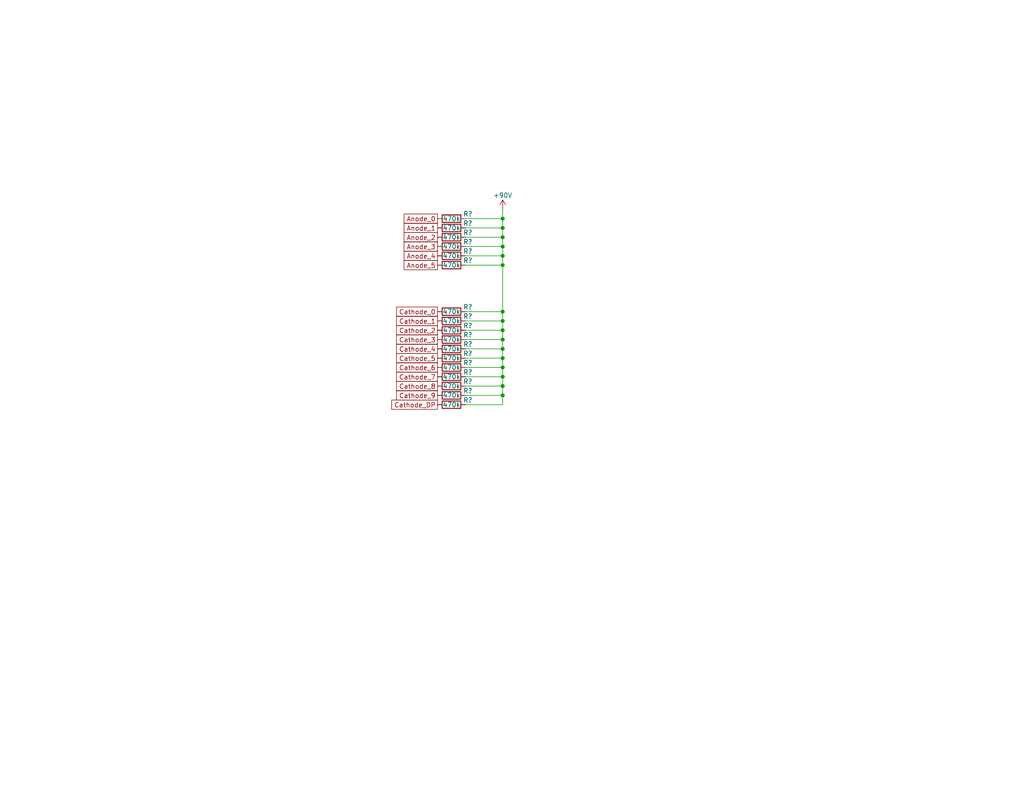
<source format=kicad_sch>
(kicad_sch (version 20230121) (generator eeschema)
  (paper "A")
  (title_block (date "2023-05-21") (rev "PRELIM") (company "Drew Maatman"))
  (lib_symbols
    (symbol "Custom Library:+90V" (power) (pin_names (offset 0))
      (property "Value" "+90V" (at 0 3.81 0))
      (symbol "+90V_0_1"
        (polyline (pts (xy -0.762 1.27) (xy 0 2.54)))
        (polyline (pts (xy 0 0) (xy 0 2.54)))
        (polyline (pts (xy 0 2.54) (xy 0.762 1.27)))
      )
      (symbol "+90V_1_1"
        (pin power_in line (at 0 0 90) (length 0) hide (name "+90V") (number "1"))
      )
    )
    (symbol "Custom Library:R_Custom" (pin_numbers hide) (pin_names (offset 1.016) hide)
      (property "Reference" "R" (at -2.54 0 90))
      (property "Value" "R_Custom" (at 0 0 90))
      (property "display_footprint" "Foot" (at 2.54 0 90))
      (property "Tolerance" "Tol" (at 5.08 0 90))
      (property "Wattage" "W" (at 7.62 0 90))
      (symbol "R_Custom_0_1"
        (rectangle (start 1.016 2.54) (end -1.016 -2.54) (stroke (width 0.254)))
      )
      (symbol "R_Custom_1_1"
        (pin passive line (at 0 3.81 270) (length 1.27) (name "1") (number "1"))
        (pin passive line (at 0 -3.81 90) (length 1.27) (name "2") (number "2"))
      )
    )
  )
  (junction (at 137.16 67.31))
  (junction (at 137.16 85.09))
  (junction (at 137.16 105.41))
  (junction (at 137.16 100.33))
  (junction (at 137.16 95.25))
  (junction (at 137.16 64.77))
  (junction (at 137.16 69.85))
  (junction (at 137.16 62.23))
  (junction (at 137.16 90.17))
  (junction (at 137.16 59.69))
  (junction (at 137.16 97.79))
  (junction (at 137.16 102.87))
  (junction (at 137.16 92.71))
  (junction (at 137.16 87.63))
  (junction (at 137.16 72.39))
  (junction (at 137.16 107.95))
  (wire (pts (xy 127 67.31) (xy 137.16 67.31)))
  (wire (pts (xy 127 87.63) (xy 137.16 87.63)))
  (wire (pts (xy 127 85.09) (xy 137.16 85.09)))
  (wire (pts (xy 137.16 85.09) (xy 137.16 87.63)))
  (wire (pts (xy 137.16 62.23) (xy 137.16 64.77)))
  (wire (pts (xy 127 97.79) (xy 137.16 97.79)))
  (wire (pts (xy 127 107.95) (xy 137.16 107.95)))
  (wire (pts (xy 137.16 90.17) (xy 137.16 92.71)))
  (wire (pts (xy 137.16 72.39) (xy 137.16 85.09)))
  (wire (pts (xy 137.16 102.87) (xy 137.16 105.41)))
  (wire (pts (xy 127 105.41) (xy 137.16 105.41)))
  (wire (pts (xy 137.16 107.95) (xy 137.16 110.49)))
  (wire (pts (xy 137.16 95.25) (xy 137.16 97.79)))
  (wire (pts (xy 137.16 59.69) (xy 137.16 62.23)))
  (wire (pts (xy 137.16 57.15) (xy 137.16 59.69)))
  (wire (pts (xy 137.16 64.77) (xy 137.16 67.31)))
  (wire (pts (xy 137.16 67.31) (xy 137.16 69.85)))
  (wire (pts (xy 137.16 97.79) (xy 137.16 100.33)))
  (wire (pts (xy 137.16 92.71) (xy 137.16 95.25)))
  (wire (pts (xy 127 62.23) (xy 137.16 62.23)))
  (wire (pts (xy 137.16 105.41) (xy 137.16 107.95)))
  (wire (pts (xy 127 102.87) (xy 137.16 102.87)))
  (wire (pts (xy 127 90.17) (xy 137.16 90.17)))
  (wire (pts (xy 127 100.33) (xy 137.16 100.33)))
  (wire (pts (xy 127 69.85) (xy 137.16 69.85)))
  (wire (pts (xy 127 64.77) (xy 137.16 64.77)))
  (wire (pts (xy 137.16 69.85) (xy 137.16 72.39)))
  (wire (pts (xy 127 110.49) (xy 137.16 110.49)))
  (wire (pts (xy 137.16 87.63) (xy 137.16 90.17)))
  (wire (pts (xy 127 92.71) (xy 137.16 92.71)))
  (wire (pts (xy 127 59.69) (xy 137.16 59.69)))
  (wire (pts (xy 137.16 100.33) (xy 137.16 102.87)))
  (wire (pts (xy 127 72.39) (xy 137.16 72.39)))
  (wire (pts (xy 127 95.25) (xy 137.16 95.25)))
  (global_label "Cathode_0" (shape passive) (at 119.38 85.09 180) (property "Intersheetrefs" "${INTERSHEET_REFS}" (effects hide)))
  (global_label "Anode_3" (shape passive) (at 119.38 67.31 180) (property "Intersheetrefs" "${INTERSHEET_REFS}" (effects hide)))
  (global_label "Cathode_2" (shape passive) (at 119.38 90.17 180) (property "Intersheetrefs" "${INTERSHEET_REFS}" (effects hide)))
  (global_label "Cathode_8" (shape passive) (at 119.38 105.41 180) (property "Intersheetrefs" "${INTERSHEET_REFS}" (effects hide)))
  (global_label "Cathode_DP" (shape passive) (at 119.38 110.49 180) (property "Intersheetrefs" "${INTERSHEET_REFS}" (effects hide)))
  (global_label "Cathode_7" (shape passive) (at 119.38 102.87 180) (property "Intersheetrefs" "${INTERSHEET_REFS}" (effects hide)))
  (global_label "Anode_5" (shape passive) (at 119.38 72.39 180) (property "Intersheetrefs" "${INTERSHEET_REFS}" (effects hide)))
  (global_label "Cathode_1" (shape passive) (at 119.38 87.63 180) (property "Intersheetrefs" "${INTERSHEET_REFS}" (effects hide)))
  (global_label "Anode_4" (shape passive) (at 119.38 69.85 180) (property "Intersheetrefs" "${INTERSHEET_REFS}" (effects hide)))
  (global_label "Cathode_5" (shape passive) (at 119.38 97.79 180) (property "Intersheetrefs" "${INTERSHEET_REFS}" (effects hide)))
  (global_label "Cathode_6" (shape passive) (at 119.38 100.33 180) (property "Intersheetrefs" "${INTERSHEET_REFS}" (effects hide)))
  (global_label "Cathode_9" (shape passive) (at 119.38 107.95 180) (property "Intersheetrefs" "${INTERSHEET_REFS}" (effects hide)))
  (global_label "Anode_2" (shape passive) (at 119.38 64.77 180) (property "Intersheetrefs" "${INTERSHEET_REFS}" (effects hide)))
  (global_label "Anode_0" (shape passive) (at 119.38 59.69 180) (property "Intersheetrefs" "${INTERSHEET_REFS}" (effects hide)))
  (global_label "Cathode_3" (shape passive) (at 119.38 92.71 180) (property "Intersheetrefs" "${INTERSHEET_REFS}" (effects hide)))
  (global_label "Cathode_4" (shape passive) (at 119.38 95.25 180) (property "Intersheetrefs" "${INTERSHEET_REFS}" (effects hide)))
  (global_label "Anode_1" (shape passive) (at 119.38 62.23 180) (property "Intersheetrefs" "${INTERSHEET_REFS}" (effects hide)))
  (symbol (lib_id "Custom Library:R_Custom") (at 123.19 90.17 90) (unit 1)
    (property "Reference" "R?" (at 126.365 88.9 90) (effects (justify right)))
    (property "Value" "470k" (at 123.19 90.17 90))
    (property "Footprint" "Resistors_SMD:R_0805" (effects hide))
    (property "display_footprint" "0805" (effects hide))
    (property "Tolerance" "1%" (effects hide))
    (property "Wattage" "1/8W" (effects hide))
    (property "Digi-Key PN" "PN" (effects hide))
  )
  (symbol (lib_id "Custom Library:R_Custom") (at 123.19 67.31 90) (unit 1)
    (property "Reference" "R?" (at 126.365 66.04 90) (effects (justify right)))
    (property "Value" "470k" (at 123.19 67.31 90))
    (property "Footprint" "Resistors_SMD:R_0805" (effects hide))
    (property "display_footprint" "0805" (effects hide))
    (property "Tolerance" "1%" (effects hide))
    (property "Wattage" "1/8W" (effects hide))
    (property "Digi-Key PN" "PN" (effects hide))
  )
  (symbol (lib_id "Custom Library:R_Custom") (at 123.19 69.85 90) (unit 1)
    (property "Reference" "R?" (at 126.365 68.58 90) (effects (justify right)))
    (property "Value" "470k" (at 123.19 69.85 90))
    (property "Footprint" "Resistors_SMD:R_0805" (effects hide))
    (property "display_footprint" "0805" (effects hide))
    (property "Tolerance" "1%" (effects hide))
    (property "Wattage" "1/8W" (effects hide))
    (property "Digi-Key PN" "PN" (effects hide))
  )
  (symbol (lib_id "Custom Library:R_Custom") (at 123.19 92.71 90) (unit 1)
    (property "Reference" "R?" (at 126.365 91.44 90) (effects (justify right)))
    (property "Value" "470k" (at 123.19 92.71 90))
    (property "Footprint" "Resistors_SMD:R_0805" (effects hide))
    (property "display_footprint" "0805" (effects hide))
    (property "Tolerance" "1%" (effects hide))
    (property "Wattage" "1/8W" (effects hide))
    (property "Digi-Key PN" "PN" (effects hide))
  )
  (symbol (lib_id "Custom Library:R_Custom") (at 123.19 107.95 90) (unit 1)
    (property "Reference" "R?" (at 126.365 106.68 90) (effects (justify right)))
    (property "Value" "470k" (at 123.19 107.95 90))
    (property "Footprint" "Resistors_SMD:R_0805" (effects hide))
    (property "display_footprint" "0805" (effects hide))
    (property "Tolerance" "1%" (effects hide))
    (property "Wattage" "1/8W" (effects hide))
    (property "Digi-Key PN" "PN" (effects hide))
  )
  (symbol (lib_id "Custom Library:R_Custom") (at 123.19 100.33 90) (unit 1)
    (property "Reference" "R?" (at 126.365 99.06 90) (effects (justify right)))
    (property "Value" "470k" (at 123.19 100.33 90))
    (property "Footprint" "Resistors_SMD:R_0805" (effects hide))
    (property "display_footprint" "0805" (effects hide))
    (property "Tolerance" "1%" (effects hide))
    (property "Wattage" "1/8W" (effects hide))
    (property "Digi-Key PN" "PN" (effects hide))
  )
  (symbol (lib_id "Custom Library:R_Custom") (at 123.19 97.79 90) (unit 1)
    (property "Reference" "R?" (at 126.365 96.52 90) (effects (justify right)))
    (property "Value" "470k" (at 123.19 97.79 90))
    (property "Footprint" "Resistors_SMD:R_0805" (effects hide))
    (property "display_footprint" "0805" (effects hide))
    (property "Tolerance" "1%" (effects hide))
    (property "Wattage" "1/8W" (effects hide))
    (property "Digi-Key PN" "PN" (effects hide))
  )
  (symbol (lib_id "Custom Library:R_Custom") (at 123.19 85.09 90) (unit 1)
    (property "Reference" "R?" (at 126.365 83.82 90) (effects (justify right)))
    (property "Value" "470k" (at 123.19 85.09 90))
    (property "Footprint" "Resistors_SMD:R_0805" (effects hide))
    (property "display_footprint" "0805" (effects hide))
    (property "Tolerance" "1%" (effects hide))
    (property "Wattage" "1/8W" (effects hide))
    (property "Digi-Key PN" "PN" (effects hide))
  )
  (symbol (lib_id "Custom Library:R_Custom") (at 123.19 64.77 90) (unit 1)
    (property "Reference" "R?" (at 126.365 63.5 90) (effects (justify right)))
    (property "Value" "470k" (at 123.19 64.77 90))
    (property "Footprint" "Resistors_SMD:R_0805" (effects hide))
    (property "display_footprint" "0805" (effects hide))
    (property "Tolerance" "1%" (effects hide))
    (property "Wattage" "1/8W" (effects hide))
    (property "Digi-Key PN" "PN" (effects hide))
  )
  (symbol (lib_id "Custom Library:R_Custom") (at 123.19 110.49 90) (unit 1)
    (property "Reference" "R?" (at 126.365 109.22 90) (effects (justify right)))
    (property "Value" "470k" (at 123.19 110.49 90))
    (property "Footprint" "Resistors_SMD:R_0805" (effects hide))
    (property "display_footprint" "0805" (effects hide))
    (property "Tolerance" "1%" (effects hide))
    (property "Wattage" "1/8W" (effects hide))
    (property "Digi-Key PN" "PN" (effects hide))
  )
  (symbol (lib_id "Custom Library:R_Custom") (at 123.19 59.69 90) (unit 1)
    (property "Reference" "R?" (at 126.365 58.42 90) (effects (justify right)))
    (property "Value" "470k" (at 123.19 59.69 90))
    (property "Footprint" "Resistors_SMD:R_0805" (effects hide))
    (property "display_footprint" "0805" (effects hide))
    (property "Tolerance" "1%" (effects hide))
    (property "Wattage" "1/8W" (effects hide))
    (property "Digi-Key PN" "PN" (effects hide))
  )
  (symbol (lib_id "Custom Library:R_Custom") (at 123.19 62.23 90) (unit 1)
    (property "Reference" "R?" (at 126.365 60.96 90) (effects (justify right)))
    (property "Value" "470k" (at 123.19 62.23 90))
    (property "Footprint" "Resistors_SMD:R_0805" (effects hide))
    (property "display_footprint" "0805" (effects hide))
    (property "Tolerance" "1%" (effects hide))
    (property "Wattage" "1/8W" (effects hide))
    (property "Digi-Key PN" "PN" (effects hide))
  )
  (symbol (lib_id "Custom Library:R_Custom") (at 123.19 105.41 90) (unit 1)
    (property "Reference" "R?" (at 126.365 104.14 90) (effects (justify right)))
    (property "Value" "470k" (at 123.19 105.41 90))
    (property "Footprint" "Resistors_SMD:R_0805" (effects hide))
    (property "display_footprint" "0805" (effects hide))
    (property "Tolerance" "1%" (effects hide))
    (property "Wattage" "1/8W" (effects hide))
    (property "Digi-Key PN" "PN" (effects hide))
  )
  (symbol (lib_id "Custom Library:R_Custom") (at 123.19 87.63 90) (unit 1)
    (property "Reference" "R?" (at 126.365 86.36 90) (effects (justify right)))
    (property "Value" "470k" (at 123.19 87.63 90))
    (property "Footprint" "Resistors_SMD:R_0805" (effects hide))
    (property "display_footprint" "0805" (effects hide))
    (property "Tolerance" "1%" (effects hide))
    (property "Wattage" "1/8W" (effects hide))
    (property "Digi-Key PN" "PN" (effects hide))
  )
  (symbol (lib_id "Custom Library:+90V") (at 137.16 57.15 0) (unit 1)
    (property "Reference" "#PWR0801" (effects hide))
    (property "Value" "+90V" (at 137.16 53.34 0))
  )
  (symbol (lib_id "Custom Library:R_Custom") (at 123.19 102.87 90) (unit 1)
    (property "Reference" "R?" (at 126.365 101.6 90) (effects (justify right)))
    (property "Value" "470k" (at 123.19 102.87 90))
    (property "Footprint" "Resistors_SMD:R_0805" (effects hide))
    (property "display_footprint" "0805" (effects hide))
    (property "Tolerance" "1%" (effects hide))
    (property "Wattage" "1/8W" (effects hide))
    (property "Digi-Key PN" "PN" (effects hide))
  )
  (symbol (lib_id "Custom Library:R_Custom") (at 123.19 72.39 90) (unit 1)
    (property "Reference" "R?" (at 126.365 71.12 90) (effects (justify right)))
    (property "Value" "470k" (at 123.19 72.39 90))
    (property "Footprint" "Resistors_SMD:R_0805" (effects hide))
    (property "display_footprint" "0805" (effects hide))
    (property "Tolerance" "1%" (effects hide))
    (property "Wattage" "1/8W" (effects hide))
    (property "Digi-Key PN" "PN" (effects hide))
  )
  (symbol (lib_id "Custom Library:R_Custom") (at 123.19 95.25 90) (unit 1)
    (property "Reference" "R?" (at 126.365 93.98 90) (effects (justify right)))
    (property "Value" "470k" (at 123.19 95.25 90))
    (property "Footprint" "Resistors_SMD:R_0805" (effects hide))
    (property "display_footprint" "0805" (effects hide))
    (property "Tolerance" "1%" (effects hide))
    (property "Wattage" "1/8W" (effects hide))
    (property "Digi-Key PN" "PN" (effects hide))
  )
)
</source>
